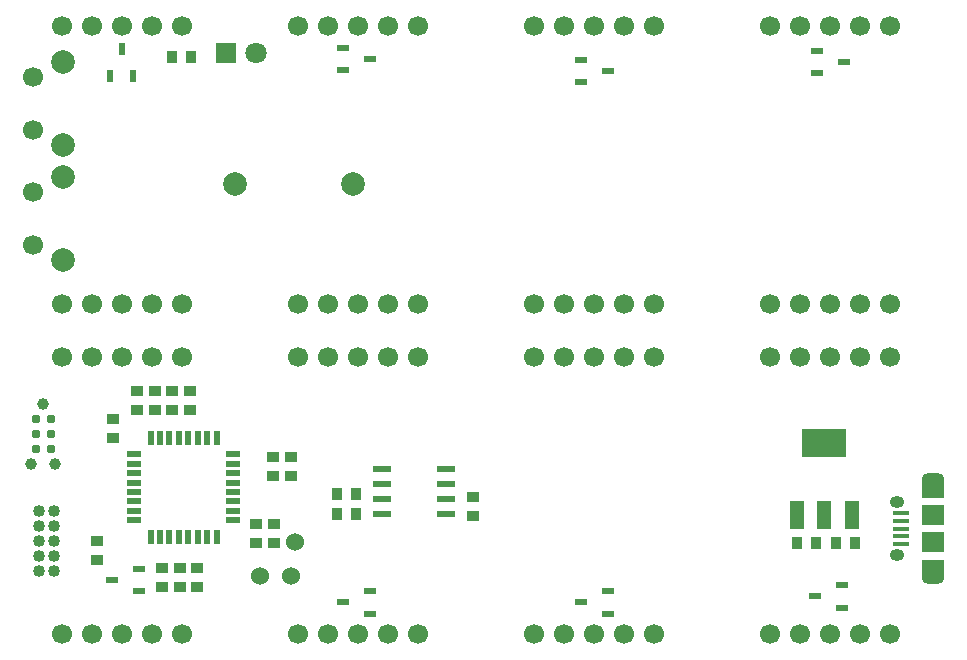
<source format=gts>
G04 #@! TF.GenerationSoftware,KiCad,Pcbnew,(2017-07-16 revision e797af331)-makepkg*
G04 #@! TF.CreationDate,2017-08-01T20:13:45+01:00*
G04 #@! TF.ProjectId,smalltime,736D616C6C74696D652E6B696361645F,rev?*
G04 #@! TF.SameCoordinates,Original
G04 #@! TF.FileFunction,Soldermask,Top*
G04 #@! TF.FilePolarity,Negative*
%FSLAX46Y46*%
G04 Gerber Fmt 4.6, Leading zero omitted, Abs format (unit mm)*
G04 Created by KiCad (PCBNEW (2017-07-16 revision e797af331)-makepkg) date 08/01/17 20:13:45*
%MOMM*%
%LPD*%
G01*
G04 APERTURE LIST*
%ADD10C,1.524000*%
%ADD11C,1.700000*%
%ADD12C,1.016000*%
%ADD13C,2.000000*%
%ADD14R,1.000000X0.950000*%
%ADD15R,0.950000X1.000000*%
%ADD16R,1.200000X0.500000*%
%ADD17R,0.500000X1.200000*%
%ADD18R,1.550000X0.600000*%
%ADD19R,1.300000X2.400000*%
%ADD20R,3.800000X2.400000*%
%ADD21R,1.350000X0.400000*%
%ADD22O,1.250000X1.000000*%
%ADD23R,1.900000X1.800000*%
%ADD24R,1.900000X1.575000*%
%ADD25O,1.900000X1.000000*%
%ADD26C,0.787000*%
%ADD27C,1.000000*%
%ADD28R,1.800000X1.800000*%
%ADD29C,1.800000*%
%ADD30R,1.000000X0.600000*%
%ADD31R,0.600000X1.000000*%
G04 APERTURE END LIST*
D10*
X99300000Y-83300000D03*
X99700000Y-80400000D03*
X96700000Y-83300000D03*
D11*
X139920000Y-36697492D03*
X142460000Y-36697492D03*
X145000000Y-36697492D03*
X147540000Y-36697492D03*
X150080000Y-36697492D03*
X150080000Y-60197492D03*
X147540000Y-60197492D03*
X145000000Y-60197492D03*
X142460000Y-60197492D03*
X139920000Y-60197492D03*
X130080000Y-88197492D03*
X127540000Y-88197492D03*
X125000000Y-88197492D03*
X122460000Y-88197492D03*
X119920000Y-88197492D03*
X119920000Y-64697492D03*
X122460000Y-64697492D03*
X125000000Y-64697492D03*
X127540000Y-64697492D03*
X130080000Y-64697492D03*
X99920000Y-36697492D03*
X102460000Y-36697492D03*
X105000000Y-36697492D03*
X107540000Y-36697492D03*
X110080000Y-36697492D03*
X110080000Y-60197492D03*
X107540000Y-60197492D03*
X105000000Y-60197492D03*
X102460000Y-60197492D03*
X99920000Y-60197492D03*
X79920000Y-36697492D03*
X82460000Y-36697492D03*
X85000000Y-36697492D03*
X87540000Y-36697492D03*
X90080000Y-36697492D03*
X90080000Y-60197492D03*
X87540000Y-60197492D03*
X85000000Y-60197492D03*
X82460000Y-60197492D03*
X79920000Y-60197492D03*
X90080000Y-88197492D03*
X87540000Y-88197492D03*
X85000000Y-88197492D03*
X82460000Y-88197492D03*
X79920000Y-88197492D03*
X79920000Y-64697492D03*
X82460000Y-64697492D03*
X85000000Y-64697492D03*
X87540000Y-64697492D03*
X90080000Y-64697492D03*
X110080000Y-88197492D03*
X107540000Y-88197492D03*
X105000000Y-88197492D03*
X102460000Y-88197492D03*
X99920000Y-88197492D03*
X99920000Y-64697492D03*
X102460000Y-64697492D03*
X105000000Y-64697492D03*
X107540000Y-64697492D03*
X110080000Y-64697492D03*
X150080000Y-88197492D03*
X147540000Y-88197492D03*
X145000000Y-88197492D03*
X142460000Y-88197492D03*
X139920000Y-88197492D03*
X139920000Y-64697492D03*
X142460000Y-64697492D03*
X145000000Y-64697492D03*
X147540000Y-64697492D03*
X150080000Y-64697492D03*
X119920000Y-36697492D03*
X122460000Y-36697492D03*
X125000000Y-36697492D03*
X127540000Y-36697492D03*
X130080000Y-36697492D03*
X130080000Y-60197492D03*
X127540000Y-60197492D03*
X125000000Y-60197492D03*
X122460000Y-60197492D03*
X119920000Y-60197492D03*
D12*
X77980000Y-77750000D03*
X79250000Y-77750000D03*
X77980000Y-79020000D03*
X79250000Y-79020000D03*
X77980000Y-80290000D03*
X79250000Y-80290000D03*
X77980000Y-81560000D03*
X79250000Y-81560000D03*
X77980000Y-82830000D03*
X79250000Y-82830000D03*
D13*
X94600000Y-50100000D03*
X104600000Y-50100000D03*
D14*
X97800000Y-74800000D03*
X97800000Y-73200000D03*
X99300000Y-74800000D03*
X99300000Y-73200000D03*
X97900000Y-78900000D03*
X97900000Y-80500000D03*
X84300000Y-71600000D03*
X84300000Y-70000000D03*
X96400000Y-78900000D03*
X96400000Y-80500000D03*
X114750000Y-76550000D03*
X114750000Y-78150000D03*
D15*
X147050000Y-80500000D03*
X145450000Y-80500000D03*
X143800000Y-80500000D03*
X142200000Y-80500000D03*
D16*
X94450000Y-78550000D03*
X94450000Y-77750000D03*
X94450000Y-76950000D03*
X94450000Y-76150000D03*
X94450000Y-75350000D03*
X94450000Y-74550000D03*
X94450000Y-73750000D03*
X94450000Y-72950000D03*
D17*
X93050000Y-71550000D03*
X92250000Y-71550000D03*
X91450000Y-71550000D03*
X90650000Y-71550000D03*
X89850000Y-71550000D03*
X89050000Y-71550000D03*
X88250000Y-71550000D03*
X87450000Y-71550000D03*
D16*
X86050000Y-72950000D03*
X86050000Y-73750000D03*
X86050000Y-74550000D03*
X86050000Y-75350000D03*
X86050000Y-76150000D03*
X86050000Y-76950000D03*
X86050000Y-77750000D03*
X86050000Y-78550000D03*
D17*
X87450000Y-79950000D03*
X88250000Y-79950000D03*
X89050000Y-79950000D03*
X89850000Y-79950000D03*
X90650000Y-79950000D03*
X91450000Y-79950000D03*
X92250000Y-79950000D03*
X93050000Y-79950000D03*
D18*
X112450000Y-78005000D03*
X112450000Y-76735000D03*
X112450000Y-75465000D03*
X112450000Y-74195000D03*
X107050000Y-74195000D03*
X107050000Y-75465000D03*
X107050000Y-76735000D03*
X107050000Y-78005000D03*
D19*
X144500000Y-78100000D03*
X142200000Y-78100000D03*
X146800000Y-78100000D03*
D20*
X144500000Y-72000000D03*
D21*
X151000000Y-79250000D03*
X151000000Y-78600000D03*
X151000000Y-79900000D03*
X151000000Y-80550000D03*
X151000000Y-77950000D03*
D22*
X150675000Y-77025000D03*
X150675000Y-81475000D03*
D23*
X153675000Y-78100000D03*
X153675000Y-80400000D03*
D24*
X153675000Y-75862500D03*
D25*
X153675000Y-75075000D03*
D24*
X153675000Y-82637500D03*
D25*
X153675000Y-83425000D03*
D26*
X77720000Y-69980000D03*
X78990000Y-69980000D03*
X77720000Y-71250000D03*
X78990000Y-71250000D03*
X77720000Y-72520000D03*
X78990000Y-72520000D03*
D27*
X78355000Y-68710000D03*
X77339000Y-73790000D03*
X79371000Y-73790000D03*
D28*
X93800000Y-39000000D03*
D29*
X96340000Y-39000000D03*
D30*
X86450000Y-84550000D03*
X86450000Y-82650000D03*
X84150000Y-83600000D03*
X106000000Y-86450000D03*
X106000000Y-84550000D03*
X103700000Y-85500000D03*
X126150000Y-86450000D03*
X126150000Y-84550000D03*
X123850000Y-85500000D03*
X146000000Y-85950000D03*
X146000000Y-84050000D03*
X143700000Y-85000000D03*
D31*
X84050000Y-40950000D03*
X85950000Y-40950000D03*
X85000000Y-38650000D03*
D30*
X103700000Y-38550000D03*
X103700000Y-40450000D03*
X106000000Y-39500000D03*
X123850000Y-39550000D03*
X123850000Y-41450000D03*
X126150000Y-40500000D03*
X143850000Y-38800000D03*
X143850000Y-40700000D03*
X146150000Y-39750000D03*
D15*
X103200000Y-76350000D03*
X104800000Y-76350000D03*
X103200000Y-78000000D03*
X104800000Y-78000000D03*
X90900000Y-39300000D03*
X89300000Y-39300000D03*
D14*
X88400000Y-84200000D03*
X88400000Y-82600000D03*
X82900000Y-81900000D03*
X82900000Y-80300000D03*
X87800000Y-67600000D03*
X87800000Y-69200000D03*
X89300000Y-67600000D03*
X89300000Y-69200000D03*
X90800000Y-67600000D03*
X90800000Y-69200000D03*
X89900000Y-84200000D03*
X89900000Y-82600000D03*
X91400000Y-84200000D03*
X91400000Y-82600000D03*
X86300000Y-67600000D03*
X86300000Y-69200000D03*
D13*
X80000000Y-39750000D03*
X80000000Y-46750000D03*
D11*
X77500000Y-41000000D03*
X77500000Y-45500000D03*
D13*
X80000000Y-49500000D03*
X80000000Y-56500000D03*
D11*
X77500000Y-50750000D03*
X77500000Y-55250000D03*
M02*

</source>
